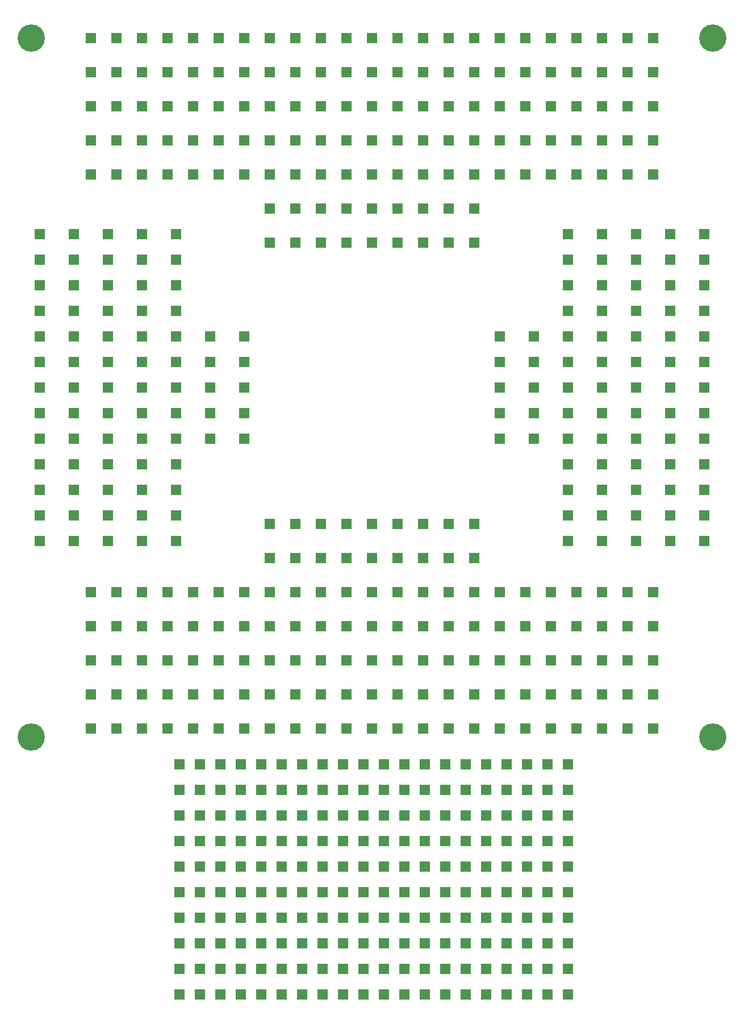
<source format=gbs>
G04 (created by PCBNEW (2012-oct-18)-testing) date Mon 18 Feb 2013 10:37:03 UTC*
%MOIN*%
G04 Gerber Fmt 3.4, Leading zero omitted, Abs format*
%FSLAX34Y34*%
G01*
G70*
G90*
G04 APERTURE LIST*
%ADD10C,0.006*%
%ADD11R,0.06X0.06*%
%ADD12C,0.16*%
G04 APERTURE END LIST*
G54D10*
G54D11*
X109500Y-45200D03*
X109500Y-37700D03*
X109500Y-39200D03*
X109500Y-42200D03*
X109500Y-43700D03*
X109500Y-46700D03*
X107500Y-37700D03*
X107500Y-39200D03*
X107500Y-42200D03*
X107500Y-43700D03*
X107500Y-45200D03*
X107500Y-46700D03*
X101500Y-49700D03*
X101500Y-37700D03*
X101500Y-39200D03*
X101500Y-42200D03*
X101500Y-43700D03*
X101500Y-45200D03*
X101500Y-46700D03*
X137500Y-66700D03*
X137500Y-64700D03*
X137500Y-62700D03*
X137500Y-60700D03*
X137500Y-58700D03*
X136000Y-66700D03*
X136000Y-64700D03*
X136000Y-62700D03*
X136000Y-60700D03*
X105500Y-37700D03*
X105500Y-39200D03*
X105500Y-42200D03*
X105500Y-43700D03*
X105500Y-45200D03*
X105500Y-46700D03*
X103500Y-37700D03*
X103500Y-39200D03*
X103500Y-42200D03*
X103500Y-43700D03*
X103500Y-45200D03*
X103500Y-46700D03*
X136000Y-58700D03*
X115000Y-34200D03*
X122500Y-30200D03*
X121000Y-34200D03*
X121000Y-32200D03*
X121000Y-30200D03*
X119500Y-34200D03*
X119500Y-32200D03*
X119500Y-30200D03*
X118000Y-34200D03*
X118000Y-32200D03*
X118000Y-30200D03*
X116500Y-34200D03*
X116500Y-32200D03*
X116500Y-30200D03*
X122500Y-32200D03*
X115000Y-32200D03*
X115000Y-30200D03*
X113500Y-34200D03*
X113500Y-32200D03*
X113500Y-30200D03*
X112000Y-34200D03*
X112000Y-32200D03*
X112000Y-30200D03*
X110500Y-34200D03*
X110500Y-32200D03*
X110500Y-30200D03*
X109000Y-34200D03*
X109000Y-32200D03*
X128500Y-34200D03*
X136000Y-30200D03*
X134500Y-34200D03*
X134500Y-32200D03*
X134500Y-30200D03*
X133000Y-34200D03*
X133000Y-32200D03*
X133000Y-30200D03*
X131500Y-34200D03*
X131500Y-32200D03*
X131500Y-30200D03*
X130000Y-34200D03*
X130000Y-32200D03*
X130000Y-30200D03*
X109000Y-30200D03*
X128500Y-32200D03*
X128500Y-30200D03*
X127000Y-34200D03*
X127000Y-32200D03*
X127000Y-30200D03*
X125500Y-34200D03*
X125500Y-32200D03*
X125500Y-30200D03*
X124000Y-34200D03*
X124000Y-32200D03*
X124000Y-30200D03*
X122500Y-34200D03*
X125500Y-26200D03*
X110500Y-28200D03*
X109000Y-28200D03*
X107500Y-28200D03*
X106000Y-28200D03*
X104500Y-28200D03*
X137500Y-26200D03*
X136000Y-26200D03*
X134500Y-26200D03*
X133000Y-26200D03*
X131500Y-26200D03*
X130000Y-26200D03*
X127000Y-26200D03*
X128500Y-26200D03*
X112000Y-28200D03*
X124000Y-26200D03*
X122500Y-26200D03*
X121000Y-26200D03*
X119500Y-26200D03*
X116500Y-26200D03*
X118000Y-26200D03*
X115000Y-26200D03*
X113500Y-26200D03*
X112000Y-26200D03*
X110500Y-26200D03*
X109000Y-26200D03*
X106000Y-26200D03*
X107500Y-26200D03*
X131500Y-28200D03*
X107500Y-34200D03*
X107500Y-32200D03*
X107500Y-30200D03*
X106000Y-34200D03*
X106000Y-32200D03*
X106000Y-30200D03*
X104500Y-34200D03*
X104500Y-32200D03*
X104500Y-30200D03*
X137500Y-28200D03*
X136000Y-28200D03*
X134500Y-28200D03*
X133000Y-28200D03*
X136000Y-32200D03*
X130000Y-28200D03*
X128500Y-28200D03*
X127000Y-28200D03*
X125500Y-28200D03*
X124000Y-28200D03*
X122500Y-28200D03*
X121000Y-28200D03*
X119500Y-28200D03*
X118000Y-28200D03*
X116500Y-28200D03*
X115000Y-28200D03*
X113500Y-28200D03*
X122500Y-66700D03*
X127000Y-62700D03*
X127000Y-60700D03*
X127000Y-58700D03*
X125500Y-66700D03*
X125500Y-64700D03*
X125500Y-62700D03*
X125500Y-60700D03*
X125500Y-58700D03*
X124000Y-66700D03*
X124000Y-64700D03*
X124000Y-62700D03*
X124000Y-60700D03*
X124000Y-58700D03*
X127000Y-64700D03*
X122500Y-64700D03*
X122500Y-62700D03*
X122500Y-60700D03*
X122500Y-58700D03*
X121000Y-66700D03*
X121000Y-64700D03*
X121000Y-62700D03*
X121000Y-60700D03*
X121000Y-58700D03*
X119500Y-66700D03*
X119500Y-64700D03*
X119500Y-62700D03*
X119500Y-60700D03*
X131500Y-60700D03*
X134500Y-66700D03*
X134500Y-64700D03*
X134500Y-62700D03*
X134500Y-60700D03*
X134500Y-58700D03*
X133000Y-66700D03*
X133000Y-64700D03*
X133000Y-62700D03*
X133000Y-60700D03*
X133000Y-58700D03*
X131500Y-66700D03*
X131500Y-64700D03*
X131500Y-62700D03*
X119500Y-58700D03*
X131500Y-58700D03*
X130000Y-66700D03*
X130000Y-64700D03*
X130000Y-62700D03*
X130000Y-60700D03*
X130000Y-58700D03*
X128500Y-66700D03*
X128500Y-64700D03*
X128500Y-62700D03*
X128500Y-60700D03*
X128500Y-58700D03*
X127000Y-66700D03*
X106000Y-66700D03*
X110500Y-62700D03*
X110500Y-60700D03*
X110500Y-58700D03*
X109000Y-66700D03*
X109000Y-64700D03*
X109000Y-62700D03*
X109000Y-60700D03*
X109000Y-58700D03*
X107500Y-66700D03*
X107500Y-64700D03*
X107500Y-62700D03*
X107500Y-60700D03*
X107500Y-58700D03*
X110500Y-64700D03*
X106000Y-64700D03*
X106000Y-62700D03*
X106000Y-60700D03*
X106000Y-58700D03*
X104500Y-66700D03*
X104500Y-64700D03*
X104500Y-62700D03*
X104500Y-60700D03*
X104500Y-58700D03*
X137500Y-34200D03*
X137500Y-32200D03*
X137500Y-30200D03*
X136000Y-34200D03*
X115000Y-60700D03*
X118000Y-66700D03*
X118000Y-64700D03*
X118000Y-62700D03*
X118000Y-60700D03*
X118000Y-58700D03*
X116500Y-66700D03*
X116500Y-64700D03*
X116500Y-62700D03*
X116500Y-60700D03*
X116500Y-58700D03*
X115000Y-66700D03*
X115000Y-64700D03*
X115000Y-62700D03*
X104500Y-26200D03*
X115000Y-58700D03*
X113500Y-66700D03*
X113500Y-64700D03*
X113500Y-62700D03*
X113500Y-60700D03*
X113500Y-58700D03*
X112000Y-66700D03*
X112000Y-64700D03*
X112000Y-62700D03*
X112000Y-60700D03*
X112000Y-58700D03*
X110500Y-66700D03*
X134500Y-51200D03*
X132500Y-45200D03*
X132500Y-43700D03*
X132500Y-42200D03*
X132500Y-40700D03*
X132500Y-39200D03*
X132500Y-37700D03*
X134500Y-55700D03*
X136500Y-54200D03*
X134500Y-52700D03*
X132500Y-46700D03*
X134500Y-49700D03*
X134500Y-48200D03*
X134500Y-46700D03*
X134500Y-45200D03*
X134500Y-43700D03*
X134500Y-42200D03*
X134500Y-40700D03*
X134500Y-39200D03*
X134500Y-37700D03*
X127000Y-38200D03*
X125500Y-38200D03*
X125500Y-36200D03*
X127000Y-56700D03*
X127000Y-54700D03*
X130500Y-49700D03*
X130500Y-48200D03*
X130500Y-46700D03*
X130500Y-45200D03*
X130500Y-43700D03*
X136500Y-55700D03*
X127000Y-36200D03*
X132500Y-54200D03*
X132500Y-55700D03*
X134500Y-54200D03*
X132500Y-52700D03*
X132500Y-51200D03*
X132500Y-49700D03*
X132500Y-48200D03*
X140500Y-51200D03*
X138500Y-45200D03*
X138500Y-43700D03*
X138500Y-42200D03*
X138500Y-40700D03*
X138500Y-39200D03*
X138500Y-37700D03*
X140500Y-55700D03*
X101500Y-54200D03*
X140500Y-52700D03*
X138500Y-46700D03*
X140500Y-49700D03*
X140500Y-48200D03*
X140500Y-46700D03*
X140500Y-45200D03*
X140500Y-43700D03*
X140500Y-42200D03*
X140500Y-40700D03*
X140500Y-39200D03*
X140500Y-37700D03*
X136500Y-40700D03*
X138500Y-54200D03*
X136500Y-52700D03*
X136500Y-51200D03*
X136500Y-49700D03*
X136500Y-48200D03*
X136500Y-46700D03*
X136500Y-45200D03*
X136500Y-43700D03*
X136500Y-42200D03*
X128500Y-43700D03*
X136500Y-39200D03*
X136500Y-37700D03*
X138500Y-55700D03*
X140500Y-54200D03*
X138500Y-52700D03*
X138500Y-51200D03*
X138500Y-49700D03*
X138500Y-48200D03*
X109500Y-51200D03*
X107500Y-55700D03*
X109500Y-54200D03*
X107500Y-52700D03*
X107500Y-51200D03*
X107500Y-49700D03*
X107500Y-48200D03*
X107500Y-40700D03*
X109500Y-55700D03*
X109500Y-52700D03*
X105500Y-40700D03*
X109500Y-49700D03*
X109500Y-48200D03*
X109500Y-40700D03*
X115000Y-56700D03*
X115000Y-54700D03*
X111500Y-49700D03*
X111500Y-48200D03*
X111500Y-46700D03*
X111500Y-45200D03*
X103500Y-49700D03*
X103500Y-54200D03*
X101500Y-52700D03*
X101500Y-51200D03*
X101500Y-48200D03*
X101500Y-40700D03*
X103500Y-55700D03*
X105500Y-54200D03*
X103500Y-52700D03*
X103500Y-51200D03*
X111500Y-43700D03*
X103500Y-48200D03*
X103500Y-40700D03*
X105500Y-55700D03*
X107500Y-54200D03*
X105500Y-52700D03*
X105500Y-51200D03*
X105500Y-49700D03*
X105500Y-48200D03*
X124000Y-54700D03*
X121000Y-56700D03*
X121000Y-54700D03*
X121000Y-38200D03*
X121000Y-36200D03*
X122500Y-56700D03*
X122500Y-54700D03*
X122500Y-38200D03*
X122500Y-36200D03*
X124000Y-56700D03*
X119500Y-36200D03*
X124000Y-38200D03*
X124000Y-36200D03*
X125500Y-56700D03*
X125500Y-54700D03*
X128500Y-49700D03*
X128500Y-48200D03*
X128500Y-46700D03*
X128500Y-45200D03*
X116500Y-38200D03*
X115000Y-38200D03*
X115000Y-36200D03*
X116500Y-56700D03*
X116500Y-54700D03*
X113500Y-49700D03*
X113500Y-48200D03*
X113500Y-46700D03*
X113500Y-45200D03*
X113500Y-43700D03*
X101500Y-55700D03*
X116500Y-36200D03*
X118000Y-56700D03*
X118000Y-54700D03*
X118000Y-38200D03*
X118000Y-36200D03*
X119500Y-56700D03*
X119500Y-54700D03*
X119500Y-38200D03*
G54D12*
X101000Y-26200D03*
X141000Y-26200D03*
X101000Y-67200D03*
X141000Y-67200D03*
G54D11*
X125300Y-82300D03*
X124100Y-79300D03*
X124100Y-77800D03*
X124100Y-82300D03*
X124100Y-80800D03*
X125300Y-70300D03*
X125300Y-68800D03*
X125300Y-73300D03*
X125300Y-71800D03*
X125300Y-76300D03*
X125300Y-74800D03*
X125300Y-79300D03*
X125300Y-77800D03*
X124100Y-74800D03*
X125300Y-80800D03*
X126500Y-70300D03*
X126500Y-68800D03*
X126500Y-73300D03*
X126500Y-71800D03*
X126500Y-76300D03*
X126500Y-74800D03*
X126500Y-79300D03*
X126500Y-77800D03*
X126500Y-82300D03*
X126500Y-80800D03*
X122900Y-71800D03*
X121700Y-68800D03*
X121700Y-73300D03*
X121700Y-71800D03*
X121700Y-76300D03*
X121700Y-74800D03*
X121700Y-79300D03*
X121700Y-77800D03*
X121700Y-82300D03*
X121700Y-80800D03*
X122900Y-70300D03*
X122900Y-68800D03*
X122900Y-73300D03*
X127700Y-70300D03*
X122900Y-76300D03*
X122900Y-74800D03*
X122900Y-79300D03*
X122900Y-77800D03*
X122900Y-82300D03*
X122900Y-80800D03*
X124100Y-70300D03*
X124100Y-68800D03*
X124100Y-73300D03*
X124100Y-71800D03*
X124100Y-76300D03*
X131300Y-82300D03*
X130100Y-79300D03*
X130100Y-77800D03*
X130100Y-82300D03*
X130100Y-80800D03*
X131300Y-70300D03*
X131300Y-68800D03*
X131300Y-73300D03*
X131300Y-71800D03*
X131300Y-76300D03*
X131300Y-74800D03*
X131300Y-79300D03*
X131300Y-77800D03*
X130100Y-74800D03*
X131300Y-80800D03*
X132500Y-70300D03*
X132500Y-68800D03*
X132500Y-73300D03*
X132500Y-71800D03*
X132500Y-76300D03*
X132500Y-74800D03*
X132500Y-79300D03*
X132500Y-77800D03*
X132500Y-82300D03*
X132500Y-80800D03*
X128900Y-71800D03*
X127700Y-68800D03*
X127700Y-73300D03*
X127700Y-71800D03*
X127700Y-76300D03*
X127700Y-74800D03*
X127700Y-79300D03*
X127700Y-77800D03*
X127700Y-82300D03*
X127700Y-80800D03*
X128900Y-70300D03*
X128900Y-68800D03*
X128900Y-73300D03*
X121700Y-70300D03*
X128900Y-76300D03*
X128900Y-74800D03*
X128900Y-79300D03*
X128900Y-77800D03*
X128900Y-82300D03*
X128900Y-80800D03*
X130100Y-70300D03*
X130100Y-68800D03*
X130100Y-73300D03*
X130100Y-71800D03*
X130100Y-76300D03*
X113300Y-82300D03*
X112100Y-79300D03*
X112100Y-77800D03*
X112100Y-82300D03*
X112100Y-80800D03*
X113300Y-70300D03*
X113300Y-68800D03*
X113300Y-73300D03*
X113300Y-71800D03*
X113300Y-76300D03*
X113300Y-74800D03*
X113300Y-79300D03*
X113300Y-77800D03*
X112100Y-74800D03*
X113300Y-80800D03*
X114500Y-70300D03*
X114500Y-68800D03*
X114500Y-73300D03*
X114500Y-71800D03*
X114500Y-76300D03*
X114500Y-74800D03*
X114500Y-79300D03*
X114500Y-77800D03*
X114500Y-82300D03*
X114500Y-80800D03*
X110900Y-71800D03*
X109700Y-68800D03*
X109700Y-73300D03*
X109700Y-71800D03*
X109700Y-76300D03*
X109700Y-74800D03*
X109700Y-79300D03*
X109700Y-77800D03*
X109700Y-82300D03*
X109700Y-80800D03*
X110900Y-70300D03*
X110900Y-68800D03*
X110900Y-73300D03*
X115700Y-70300D03*
X110900Y-76300D03*
X110900Y-74800D03*
X110900Y-79300D03*
X110900Y-77800D03*
X110900Y-82300D03*
X110900Y-80800D03*
X112100Y-70300D03*
X112100Y-68800D03*
X112100Y-73300D03*
X112100Y-71800D03*
X112100Y-76300D03*
X119300Y-82300D03*
X118100Y-79300D03*
X118100Y-77800D03*
X118100Y-82300D03*
X118100Y-80800D03*
X119300Y-70300D03*
X119300Y-68800D03*
X119300Y-73300D03*
X119300Y-71800D03*
X119300Y-76300D03*
X119300Y-74800D03*
X119300Y-79300D03*
X119300Y-77800D03*
X118100Y-74800D03*
X119300Y-80800D03*
X120500Y-70300D03*
X120500Y-68800D03*
X120500Y-73300D03*
X120500Y-71800D03*
X120500Y-76300D03*
X120500Y-74800D03*
X120500Y-79300D03*
X120500Y-77800D03*
X120500Y-82300D03*
X120500Y-80800D03*
X116900Y-71800D03*
X115700Y-68800D03*
X115700Y-73300D03*
X115700Y-71800D03*
X115700Y-76300D03*
X115700Y-74800D03*
X115700Y-79300D03*
X115700Y-77800D03*
X115700Y-82300D03*
X115700Y-80800D03*
X116900Y-70300D03*
X116900Y-68800D03*
X116900Y-73300D03*
X109700Y-70300D03*
X116900Y-76300D03*
X116900Y-74800D03*
X116900Y-79300D03*
X116900Y-77800D03*
X116900Y-82300D03*
X116900Y-80800D03*
X118100Y-70300D03*
X118100Y-68800D03*
X118100Y-73300D03*
X118100Y-71800D03*
X118100Y-76300D03*
M02*

</source>
